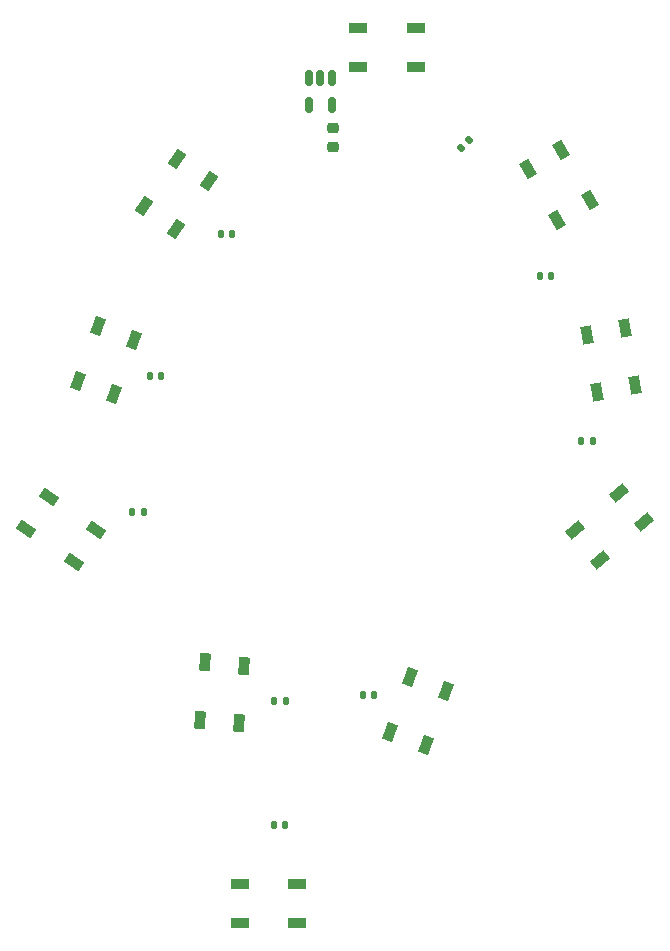
<source format=gbr>
%TF.GenerationSoftware,KiCad,Pcbnew,7.0.1*%
%TF.CreationDate,2023-05-31T17:56:53-07:00*%
%TF.ProjectId,GameOfShrooms2023,47616d65-4f66-4536-9872-6f6f6d733230,rev?*%
%TF.SameCoordinates,Original*%
%TF.FileFunction,Paste,Top*%
%TF.FilePolarity,Positive*%
%FSLAX46Y46*%
G04 Gerber Fmt 4.6, Leading zero omitted, Abs format (unit mm)*
G04 Created by KiCad (PCBNEW 7.0.1) date 2023-05-31 17:56:53*
%MOMM*%
%LPD*%
G01*
G04 APERTURE LIST*
G04 Aperture macros list*
%AMRoundRect*
0 Rectangle with rounded corners*
0 $1 Rounding radius*
0 $2 $3 $4 $5 $6 $7 $8 $9 X,Y pos of 4 corners*
0 Add a 4 corners polygon primitive as box body*
4,1,4,$2,$3,$4,$5,$6,$7,$8,$9,$2,$3,0*
0 Add four circle primitives for the rounded corners*
1,1,$1+$1,$2,$3*
1,1,$1+$1,$4,$5*
1,1,$1+$1,$6,$7*
1,1,$1+$1,$8,$9*
0 Add four rect primitives between the rounded corners*
20,1,$1+$1,$2,$3,$4,$5,0*
20,1,$1+$1,$4,$5,$6,$7,0*
20,1,$1+$1,$6,$7,$8,$9,0*
20,1,$1+$1,$8,$9,$2,$3,0*%
%AMRotRect*
0 Rectangle, with rotation*
0 The origin of the aperture is its center*
0 $1 length*
0 $2 width*
0 $3 Rotation angle, in degrees counterclockwise*
0 Add horizontal line*
21,1,$1,$2,0,0,$3*%
G04 Aperture macros list end*
%ADD10RoundRect,0.218750X-0.256250X0.218750X-0.256250X-0.218750X0.256250X-0.218750X0.256250X0.218750X0*%
%ADD11RoundRect,0.147500X-0.147500X-0.172500X0.147500X-0.172500X0.147500X0.172500X-0.147500X0.172500X0*%
%ADD12RotRect,1.500000X0.900000X40.000000*%
%ADD13RotRect,1.500000X0.900000X250.000000*%
%ADD14RotRect,1.500000X0.900000X235.000000*%
%ADD15RoundRect,0.147500X0.147500X0.172500X-0.147500X0.172500X-0.147500X-0.172500X0.147500X-0.172500X0*%
%ADD16R,1.500000X0.900000*%
%ADD17RoundRect,0.147500X0.017678X-0.226274X0.226274X-0.017678X-0.017678X0.226274X-0.226274X0.017678X0*%
%ADD18RotRect,1.500000X0.900000X325.000000*%
%ADD19RotRect,1.500000X0.900000X100.000000*%
%ADD20RotRect,1.500000X0.900000X265.000000*%
%ADD21RotRect,1.500000X0.900000X120.000000*%
%ADD22RoundRect,0.150000X-0.150000X0.512500X-0.150000X-0.512500X0.150000X-0.512500X0.150000X0.512500X0*%
%ADD23RotRect,1.500000X0.900000X70.000000*%
G04 APERTURE END LIST*
D10*
%TO.C,C0*%
X145500000Y-60000000D03*
X145500000Y-61575000D03*
%TD*%
D11*
%TO.C,C2*%
X163000000Y-72500000D03*
X163970000Y-72500000D03*
%TD*%
D12*
%TO.C,LED4*%
X166000000Y-94000000D03*
X168121199Y-96527947D03*
X171874816Y-93378288D03*
X169753617Y-90850341D03*
%TD*%
D13*
%TO.C,LED9*%
X128675899Y-77895506D03*
X125574914Y-76766840D03*
X123899015Y-81371334D03*
X127000000Y-82500000D03*
%TD*%
D11*
%TO.C,C5*%
X140515000Y-119000000D03*
X141485000Y-119000000D03*
%TD*%
D14*
%TO.C,LED10*%
X135000000Y-64500000D03*
X132296798Y-62607197D03*
X129486274Y-66621042D03*
X132189476Y-68513845D03*
%TD*%
D15*
%TO.C,C8*%
X130985000Y-81000000D03*
X130015000Y-81000000D03*
%TD*%
D16*
%TO.C,LED6*%
X137600000Y-124000000D03*
X137600000Y-127300000D03*
X142500000Y-127300000D03*
X142500000Y-124000000D03*
%TD*%
D17*
%TO.C,C1*%
X156314106Y-61685894D03*
X157000000Y-61000000D03*
%TD*%
D15*
%TO.C,C7*%
X129470000Y-92500000D03*
X128500000Y-92500000D03*
%TD*%
%TO.C,C9*%
X136985000Y-69000000D03*
X136015000Y-69000000D03*
%TD*%
D18*
%TO.C,LED8*%
X121439479Y-91243137D03*
X119546676Y-93946339D03*
X123560521Y-96756863D03*
X125453324Y-94053661D03*
%TD*%
D19*
%TO.C,LED3*%
X167850876Y-82325558D03*
X171100742Y-81752520D03*
X170249866Y-76926962D03*
X167000000Y-77500000D03*
%TD*%
D20*
%TO.C,LED7*%
X138000000Y-105500000D03*
X134712557Y-105212386D03*
X134285494Y-110093740D03*
X137572937Y-110381354D03*
%TD*%
D15*
%TO.C,C6*%
X141500000Y-108500000D03*
X140530000Y-108500000D03*
%TD*%
D21*
%TO.C,LED2*%
X164450000Y-67743524D03*
X167307884Y-66093524D03*
X164857884Y-61850000D03*
X162000000Y-63500000D03*
%TD*%
D11*
%TO.C,C3*%
X166530000Y-86500000D03*
X167500000Y-86500000D03*
%TD*%
%TO.C,C4*%
X148015000Y-108000000D03*
X148985000Y-108000000D03*
%TD*%
D22*
%TO.C,U1*%
X145400000Y-55725000D03*
X144450000Y-55725000D03*
X143500000Y-55725000D03*
X143500000Y-58000000D03*
X145400000Y-58000000D03*
%TD*%
D23*
%TO.C,LED5*%
X150324101Y-111104494D03*
X153425086Y-112233160D03*
X155100985Y-107628666D03*
X152000000Y-106500000D03*
%TD*%
D16*
%TO.C,LED1*%
X152500000Y-54800000D03*
X152500000Y-51500000D03*
X147600000Y-51500000D03*
X147600000Y-54800000D03*
%TD*%
M02*

</source>
